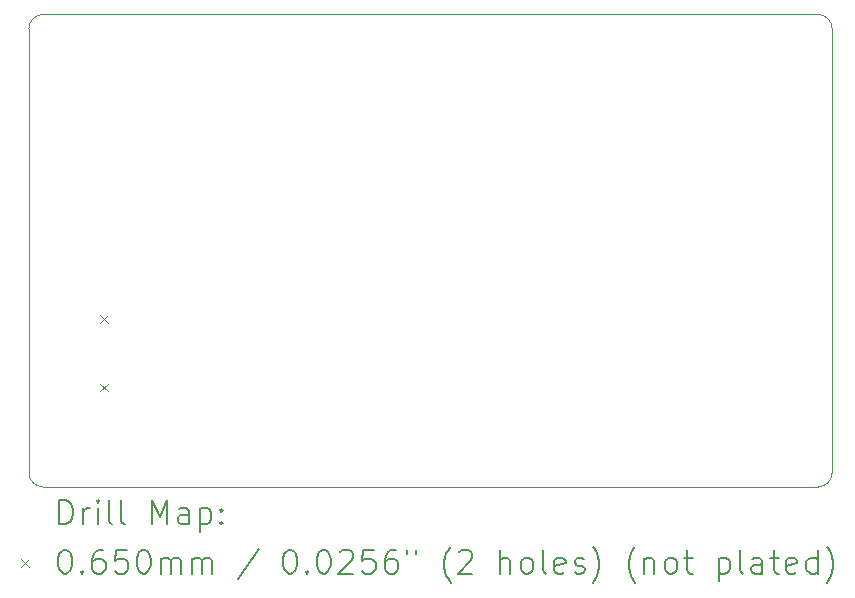
<source format=gbr>
%TF.GenerationSoftware,KiCad,Pcbnew,8.0.5*%
%TF.CreationDate,2024-10-21T14:42:39+02:00*%
%TF.ProjectId,Master,4d617374-6572-42e6-9b69-6361645f7063,rev?*%
%TF.SameCoordinates,Original*%
%TF.FileFunction,Drillmap*%
%TF.FilePolarity,Positive*%
%FSLAX45Y45*%
G04 Gerber Fmt 4.5, Leading zero omitted, Abs format (unit mm)*
G04 Created by KiCad (PCBNEW 8.0.5) date 2024-10-21 14:42:39*
%MOMM*%
%LPD*%
G01*
G04 APERTURE LIST*
%ADD10C,0.050000*%
%ADD11C,0.200000*%
%ADD12C,0.100000*%
G04 APERTURE END LIST*
D10*
X10180000Y-2799853D02*
G75*
G02*
X10299997Y-2919853I0J-119997D01*
G01*
X10300000Y-6680000D02*
G75*
G02*
X10180000Y-6800000I-120000J0D01*
G01*
X3620000Y-6800000D02*
X10180000Y-6800000D01*
X3620000Y-6800000D02*
G75*
G02*
X3500000Y-6680000I0J120000D01*
G01*
X3500000Y-6680000D02*
X3500000Y-2920000D01*
X10180000Y-2799853D02*
X3620000Y-2800000D01*
X3500000Y-2920000D02*
G75*
G02*
X3620000Y-2800000I120000J0D01*
G01*
X10300000Y-6680000D02*
X10300000Y-2919853D01*
D11*
D12*
X4102380Y-5347900D02*
X4167380Y-5412900D01*
X4167380Y-5347900D02*
X4102380Y-5412900D01*
X4102380Y-5925900D02*
X4167380Y-5990900D01*
X4167380Y-5925900D02*
X4102380Y-5990900D01*
D11*
X3758277Y-7113984D02*
X3758277Y-6913984D01*
X3758277Y-6913984D02*
X3805896Y-6913984D01*
X3805896Y-6913984D02*
X3834467Y-6923508D01*
X3834467Y-6923508D02*
X3853515Y-6942555D01*
X3853515Y-6942555D02*
X3863039Y-6961603D01*
X3863039Y-6961603D02*
X3872562Y-6999698D01*
X3872562Y-6999698D02*
X3872562Y-7028269D01*
X3872562Y-7028269D02*
X3863039Y-7066365D01*
X3863039Y-7066365D02*
X3853515Y-7085412D01*
X3853515Y-7085412D02*
X3834467Y-7104460D01*
X3834467Y-7104460D02*
X3805896Y-7113984D01*
X3805896Y-7113984D02*
X3758277Y-7113984D01*
X3958277Y-7113984D02*
X3958277Y-6980650D01*
X3958277Y-7018746D02*
X3967801Y-6999698D01*
X3967801Y-6999698D02*
X3977324Y-6990174D01*
X3977324Y-6990174D02*
X3996372Y-6980650D01*
X3996372Y-6980650D02*
X4015420Y-6980650D01*
X4082086Y-7113984D02*
X4082086Y-6980650D01*
X4082086Y-6913984D02*
X4072562Y-6923508D01*
X4072562Y-6923508D02*
X4082086Y-6933031D01*
X4082086Y-6933031D02*
X4091610Y-6923508D01*
X4091610Y-6923508D02*
X4082086Y-6913984D01*
X4082086Y-6913984D02*
X4082086Y-6933031D01*
X4205896Y-7113984D02*
X4186848Y-7104460D01*
X4186848Y-7104460D02*
X4177324Y-7085412D01*
X4177324Y-7085412D02*
X4177324Y-6913984D01*
X4310658Y-7113984D02*
X4291610Y-7104460D01*
X4291610Y-7104460D02*
X4282086Y-7085412D01*
X4282086Y-7085412D02*
X4282086Y-6913984D01*
X4539229Y-7113984D02*
X4539229Y-6913984D01*
X4539229Y-6913984D02*
X4605896Y-7056841D01*
X4605896Y-7056841D02*
X4672563Y-6913984D01*
X4672563Y-6913984D02*
X4672563Y-7113984D01*
X4853515Y-7113984D02*
X4853515Y-7009222D01*
X4853515Y-7009222D02*
X4843991Y-6990174D01*
X4843991Y-6990174D02*
X4824944Y-6980650D01*
X4824944Y-6980650D02*
X4786848Y-6980650D01*
X4786848Y-6980650D02*
X4767801Y-6990174D01*
X4853515Y-7104460D02*
X4834467Y-7113984D01*
X4834467Y-7113984D02*
X4786848Y-7113984D01*
X4786848Y-7113984D02*
X4767801Y-7104460D01*
X4767801Y-7104460D02*
X4758277Y-7085412D01*
X4758277Y-7085412D02*
X4758277Y-7066365D01*
X4758277Y-7066365D02*
X4767801Y-7047317D01*
X4767801Y-7047317D02*
X4786848Y-7037793D01*
X4786848Y-7037793D02*
X4834467Y-7037793D01*
X4834467Y-7037793D02*
X4853515Y-7028269D01*
X4948753Y-6980650D02*
X4948753Y-7180650D01*
X4948753Y-6990174D02*
X4967801Y-6980650D01*
X4967801Y-6980650D02*
X5005896Y-6980650D01*
X5005896Y-6980650D02*
X5024944Y-6990174D01*
X5024944Y-6990174D02*
X5034467Y-6999698D01*
X5034467Y-6999698D02*
X5043991Y-7018746D01*
X5043991Y-7018746D02*
X5043991Y-7075888D01*
X5043991Y-7075888D02*
X5034467Y-7094936D01*
X5034467Y-7094936D02*
X5024944Y-7104460D01*
X5024944Y-7104460D02*
X5005896Y-7113984D01*
X5005896Y-7113984D02*
X4967801Y-7113984D01*
X4967801Y-7113984D02*
X4948753Y-7104460D01*
X5129705Y-7094936D02*
X5139229Y-7104460D01*
X5139229Y-7104460D02*
X5129705Y-7113984D01*
X5129705Y-7113984D02*
X5120182Y-7104460D01*
X5120182Y-7104460D02*
X5129705Y-7094936D01*
X5129705Y-7094936D02*
X5129705Y-7113984D01*
X5129705Y-6990174D02*
X5139229Y-6999698D01*
X5139229Y-6999698D02*
X5129705Y-7009222D01*
X5129705Y-7009222D02*
X5120182Y-6999698D01*
X5120182Y-6999698D02*
X5129705Y-6990174D01*
X5129705Y-6990174D02*
X5129705Y-7009222D01*
D12*
X3432500Y-7410000D02*
X3497500Y-7475000D01*
X3497500Y-7410000D02*
X3432500Y-7475000D01*
D11*
X3796372Y-7333984D02*
X3815420Y-7333984D01*
X3815420Y-7333984D02*
X3834467Y-7343508D01*
X3834467Y-7343508D02*
X3843991Y-7353031D01*
X3843991Y-7353031D02*
X3853515Y-7372079D01*
X3853515Y-7372079D02*
X3863039Y-7410174D01*
X3863039Y-7410174D02*
X3863039Y-7457793D01*
X3863039Y-7457793D02*
X3853515Y-7495888D01*
X3853515Y-7495888D02*
X3843991Y-7514936D01*
X3843991Y-7514936D02*
X3834467Y-7524460D01*
X3834467Y-7524460D02*
X3815420Y-7533984D01*
X3815420Y-7533984D02*
X3796372Y-7533984D01*
X3796372Y-7533984D02*
X3777324Y-7524460D01*
X3777324Y-7524460D02*
X3767801Y-7514936D01*
X3767801Y-7514936D02*
X3758277Y-7495888D01*
X3758277Y-7495888D02*
X3748753Y-7457793D01*
X3748753Y-7457793D02*
X3748753Y-7410174D01*
X3748753Y-7410174D02*
X3758277Y-7372079D01*
X3758277Y-7372079D02*
X3767801Y-7353031D01*
X3767801Y-7353031D02*
X3777324Y-7343508D01*
X3777324Y-7343508D02*
X3796372Y-7333984D01*
X3948753Y-7514936D02*
X3958277Y-7524460D01*
X3958277Y-7524460D02*
X3948753Y-7533984D01*
X3948753Y-7533984D02*
X3939229Y-7524460D01*
X3939229Y-7524460D02*
X3948753Y-7514936D01*
X3948753Y-7514936D02*
X3948753Y-7533984D01*
X4129705Y-7333984D02*
X4091610Y-7333984D01*
X4091610Y-7333984D02*
X4072562Y-7343508D01*
X4072562Y-7343508D02*
X4063039Y-7353031D01*
X4063039Y-7353031D02*
X4043991Y-7381603D01*
X4043991Y-7381603D02*
X4034467Y-7419698D01*
X4034467Y-7419698D02*
X4034467Y-7495888D01*
X4034467Y-7495888D02*
X4043991Y-7514936D01*
X4043991Y-7514936D02*
X4053515Y-7524460D01*
X4053515Y-7524460D02*
X4072562Y-7533984D01*
X4072562Y-7533984D02*
X4110658Y-7533984D01*
X4110658Y-7533984D02*
X4129705Y-7524460D01*
X4129705Y-7524460D02*
X4139229Y-7514936D01*
X4139229Y-7514936D02*
X4148753Y-7495888D01*
X4148753Y-7495888D02*
X4148753Y-7448269D01*
X4148753Y-7448269D02*
X4139229Y-7429222D01*
X4139229Y-7429222D02*
X4129705Y-7419698D01*
X4129705Y-7419698D02*
X4110658Y-7410174D01*
X4110658Y-7410174D02*
X4072562Y-7410174D01*
X4072562Y-7410174D02*
X4053515Y-7419698D01*
X4053515Y-7419698D02*
X4043991Y-7429222D01*
X4043991Y-7429222D02*
X4034467Y-7448269D01*
X4329705Y-7333984D02*
X4234467Y-7333984D01*
X4234467Y-7333984D02*
X4224944Y-7429222D01*
X4224944Y-7429222D02*
X4234467Y-7419698D01*
X4234467Y-7419698D02*
X4253515Y-7410174D01*
X4253515Y-7410174D02*
X4301134Y-7410174D01*
X4301134Y-7410174D02*
X4320182Y-7419698D01*
X4320182Y-7419698D02*
X4329705Y-7429222D01*
X4329705Y-7429222D02*
X4339229Y-7448269D01*
X4339229Y-7448269D02*
X4339229Y-7495888D01*
X4339229Y-7495888D02*
X4329705Y-7514936D01*
X4329705Y-7514936D02*
X4320182Y-7524460D01*
X4320182Y-7524460D02*
X4301134Y-7533984D01*
X4301134Y-7533984D02*
X4253515Y-7533984D01*
X4253515Y-7533984D02*
X4234467Y-7524460D01*
X4234467Y-7524460D02*
X4224944Y-7514936D01*
X4463039Y-7333984D02*
X4482086Y-7333984D01*
X4482086Y-7333984D02*
X4501134Y-7343508D01*
X4501134Y-7343508D02*
X4510658Y-7353031D01*
X4510658Y-7353031D02*
X4520182Y-7372079D01*
X4520182Y-7372079D02*
X4529705Y-7410174D01*
X4529705Y-7410174D02*
X4529705Y-7457793D01*
X4529705Y-7457793D02*
X4520182Y-7495888D01*
X4520182Y-7495888D02*
X4510658Y-7514936D01*
X4510658Y-7514936D02*
X4501134Y-7524460D01*
X4501134Y-7524460D02*
X4482086Y-7533984D01*
X4482086Y-7533984D02*
X4463039Y-7533984D01*
X4463039Y-7533984D02*
X4443991Y-7524460D01*
X4443991Y-7524460D02*
X4434467Y-7514936D01*
X4434467Y-7514936D02*
X4424944Y-7495888D01*
X4424944Y-7495888D02*
X4415420Y-7457793D01*
X4415420Y-7457793D02*
X4415420Y-7410174D01*
X4415420Y-7410174D02*
X4424944Y-7372079D01*
X4424944Y-7372079D02*
X4434467Y-7353031D01*
X4434467Y-7353031D02*
X4443991Y-7343508D01*
X4443991Y-7343508D02*
X4463039Y-7333984D01*
X4615420Y-7533984D02*
X4615420Y-7400650D01*
X4615420Y-7419698D02*
X4624944Y-7410174D01*
X4624944Y-7410174D02*
X4643991Y-7400650D01*
X4643991Y-7400650D02*
X4672563Y-7400650D01*
X4672563Y-7400650D02*
X4691610Y-7410174D01*
X4691610Y-7410174D02*
X4701134Y-7429222D01*
X4701134Y-7429222D02*
X4701134Y-7533984D01*
X4701134Y-7429222D02*
X4710658Y-7410174D01*
X4710658Y-7410174D02*
X4729705Y-7400650D01*
X4729705Y-7400650D02*
X4758277Y-7400650D01*
X4758277Y-7400650D02*
X4777325Y-7410174D01*
X4777325Y-7410174D02*
X4786848Y-7429222D01*
X4786848Y-7429222D02*
X4786848Y-7533984D01*
X4882086Y-7533984D02*
X4882086Y-7400650D01*
X4882086Y-7419698D02*
X4891610Y-7410174D01*
X4891610Y-7410174D02*
X4910658Y-7400650D01*
X4910658Y-7400650D02*
X4939229Y-7400650D01*
X4939229Y-7400650D02*
X4958277Y-7410174D01*
X4958277Y-7410174D02*
X4967801Y-7429222D01*
X4967801Y-7429222D02*
X4967801Y-7533984D01*
X4967801Y-7429222D02*
X4977325Y-7410174D01*
X4977325Y-7410174D02*
X4996372Y-7400650D01*
X4996372Y-7400650D02*
X5024944Y-7400650D01*
X5024944Y-7400650D02*
X5043991Y-7410174D01*
X5043991Y-7410174D02*
X5053515Y-7429222D01*
X5053515Y-7429222D02*
X5053515Y-7533984D01*
X5443991Y-7324460D02*
X5272563Y-7581603D01*
X5701134Y-7333984D02*
X5720182Y-7333984D01*
X5720182Y-7333984D02*
X5739229Y-7343508D01*
X5739229Y-7343508D02*
X5748753Y-7353031D01*
X5748753Y-7353031D02*
X5758277Y-7372079D01*
X5758277Y-7372079D02*
X5767801Y-7410174D01*
X5767801Y-7410174D02*
X5767801Y-7457793D01*
X5767801Y-7457793D02*
X5758277Y-7495888D01*
X5758277Y-7495888D02*
X5748753Y-7514936D01*
X5748753Y-7514936D02*
X5739229Y-7524460D01*
X5739229Y-7524460D02*
X5720182Y-7533984D01*
X5720182Y-7533984D02*
X5701134Y-7533984D01*
X5701134Y-7533984D02*
X5682086Y-7524460D01*
X5682086Y-7524460D02*
X5672563Y-7514936D01*
X5672563Y-7514936D02*
X5663039Y-7495888D01*
X5663039Y-7495888D02*
X5653515Y-7457793D01*
X5653515Y-7457793D02*
X5653515Y-7410174D01*
X5653515Y-7410174D02*
X5663039Y-7372079D01*
X5663039Y-7372079D02*
X5672563Y-7353031D01*
X5672563Y-7353031D02*
X5682086Y-7343508D01*
X5682086Y-7343508D02*
X5701134Y-7333984D01*
X5853515Y-7514936D02*
X5863039Y-7524460D01*
X5863039Y-7524460D02*
X5853515Y-7533984D01*
X5853515Y-7533984D02*
X5843991Y-7524460D01*
X5843991Y-7524460D02*
X5853515Y-7514936D01*
X5853515Y-7514936D02*
X5853515Y-7533984D01*
X5986848Y-7333984D02*
X6005896Y-7333984D01*
X6005896Y-7333984D02*
X6024944Y-7343508D01*
X6024944Y-7343508D02*
X6034467Y-7353031D01*
X6034467Y-7353031D02*
X6043991Y-7372079D01*
X6043991Y-7372079D02*
X6053515Y-7410174D01*
X6053515Y-7410174D02*
X6053515Y-7457793D01*
X6053515Y-7457793D02*
X6043991Y-7495888D01*
X6043991Y-7495888D02*
X6034467Y-7514936D01*
X6034467Y-7514936D02*
X6024944Y-7524460D01*
X6024944Y-7524460D02*
X6005896Y-7533984D01*
X6005896Y-7533984D02*
X5986848Y-7533984D01*
X5986848Y-7533984D02*
X5967801Y-7524460D01*
X5967801Y-7524460D02*
X5958277Y-7514936D01*
X5958277Y-7514936D02*
X5948753Y-7495888D01*
X5948753Y-7495888D02*
X5939229Y-7457793D01*
X5939229Y-7457793D02*
X5939229Y-7410174D01*
X5939229Y-7410174D02*
X5948753Y-7372079D01*
X5948753Y-7372079D02*
X5958277Y-7353031D01*
X5958277Y-7353031D02*
X5967801Y-7343508D01*
X5967801Y-7343508D02*
X5986848Y-7333984D01*
X6129706Y-7353031D02*
X6139229Y-7343508D01*
X6139229Y-7343508D02*
X6158277Y-7333984D01*
X6158277Y-7333984D02*
X6205896Y-7333984D01*
X6205896Y-7333984D02*
X6224944Y-7343508D01*
X6224944Y-7343508D02*
X6234467Y-7353031D01*
X6234467Y-7353031D02*
X6243991Y-7372079D01*
X6243991Y-7372079D02*
X6243991Y-7391127D01*
X6243991Y-7391127D02*
X6234467Y-7419698D01*
X6234467Y-7419698D02*
X6120182Y-7533984D01*
X6120182Y-7533984D02*
X6243991Y-7533984D01*
X6424944Y-7333984D02*
X6329706Y-7333984D01*
X6329706Y-7333984D02*
X6320182Y-7429222D01*
X6320182Y-7429222D02*
X6329706Y-7419698D01*
X6329706Y-7419698D02*
X6348753Y-7410174D01*
X6348753Y-7410174D02*
X6396372Y-7410174D01*
X6396372Y-7410174D02*
X6415420Y-7419698D01*
X6415420Y-7419698D02*
X6424944Y-7429222D01*
X6424944Y-7429222D02*
X6434467Y-7448269D01*
X6434467Y-7448269D02*
X6434467Y-7495888D01*
X6434467Y-7495888D02*
X6424944Y-7514936D01*
X6424944Y-7514936D02*
X6415420Y-7524460D01*
X6415420Y-7524460D02*
X6396372Y-7533984D01*
X6396372Y-7533984D02*
X6348753Y-7533984D01*
X6348753Y-7533984D02*
X6329706Y-7524460D01*
X6329706Y-7524460D02*
X6320182Y-7514936D01*
X6605896Y-7333984D02*
X6567801Y-7333984D01*
X6567801Y-7333984D02*
X6548753Y-7343508D01*
X6548753Y-7343508D02*
X6539229Y-7353031D01*
X6539229Y-7353031D02*
X6520182Y-7381603D01*
X6520182Y-7381603D02*
X6510658Y-7419698D01*
X6510658Y-7419698D02*
X6510658Y-7495888D01*
X6510658Y-7495888D02*
X6520182Y-7514936D01*
X6520182Y-7514936D02*
X6529706Y-7524460D01*
X6529706Y-7524460D02*
X6548753Y-7533984D01*
X6548753Y-7533984D02*
X6586848Y-7533984D01*
X6586848Y-7533984D02*
X6605896Y-7524460D01*
X6605896Y-7524460D02*
X6615420Y-7514936D01*
X6615420Y-7514936D02*
X6624944Y-7495888D01*
X6624944Y-7495888D02*
X6624944Y-7448269D01*
X6624944Y-7448269D02*
X6615420Y-7429222D01*
X6615420Y-7429222D02*
X6605896Y-7419698D01*
X6605896Y-7419698D02*
X6586848Y-7410174D01*
X6586848Y-7410174D02*
X6548753Y-7410174D01*
X6548753Y-7410174D02*
X6529706Y-7419698D01*
X6529706Y-7419698D02*
X6520182Y-7429222D01*
X6520182Y-7429222D02*
X6510658Y-7448269D01*
X6701134Y-7333984D02*
X6701134Y-7372079D01*
X6777325Y-7333984D02*
X6777325Y-7372079D01*
X7072563Y-7610174D02*
X7063039Y-7600650D01*
X7063039Y-7600650D02*
X7043991Y-7572079D01*
X7043991Y-7572079D02*
X7034468Y-7553031D01*
X7034468Y-7553031D02*
X7024944Y-7524460D01*
X7024944Y-7524460D02*
X7015420Y-7476841D01*
X7015420Y-7476841D02*
X7015420Y-7438746D01*
X7015420Y-7438746D02*
X7024944Y-7391127D01*
X7024944Y-7391127D02*
X7034468Y-7362555D01*
X7034468Y-7362555D02*
X7043991Y-7343508D01*
X7043991Y-7343508D02*
X7063039Y-7314936D01*
X7063039Y-7314936D02*
X7072563Y-7305412D01*
X7139229Y-7353031D02*
X7148753Y-7343508D01*
X7148753Y-7343508D02*
X7167801Y-7333984D01*
X7167801Y-7333984D02*
X7215420Y-7333984D01*
X7215420Y-7333984D02*
X7234468Y-7343508D01*
X7234468Y-7343508D02*
X7243991Y-7353031D01*
X7243991Y-7353031D02*
X7253515Y-7372079D01*
X7253515Y-7372079D02*
X7253515Y-7391127D01*
X7253515Y-7391127D02*
X7243991Y-7419698D01*
X7243991Y-7419698D02*
X7129706Y-7533984D01*
X7129706Y-7533984D02*
X7253515Y-7533984D01*
X7491610Y-7533984D02*
X7491610Y-7333984D01*
X7577325Y-7533984D02*
X7577325Y-7429222D01*
X7577325Y-7429222D02*
X7567801Y-7410174D01*
X7567801Y-7410174D02*
X7548753Y-7400650D01*
X7548753Y-7400650D02*
X7520182Y-7400650D01*
X7520182Y-7400650D02*
X7501134Y-7410174D01*
X7501134Y-7410174D02*
X7491610Y-7419698D01*
X7701134Y-7533984D02*
X7682087Y-7524460D01*
X7682087Y-7524460D02*
X7672563Y-7514936D01*
X7672563Y-7514936D02*
X7663039Y-7495888D01*
X7663039Y-7495888D02*
X7663039Y-7438746D01*
X7663039Y-7438746D02*
X7672563Y-7419698D01*
X7672563Y-7419698D02*
X7682087Y-7410174D01*
X7682087Y-7410174D02*
X7701134Y-7400650D01*
X7701134Y-7400650D02*
X7729706Y-7400650D01*
X7729706Y-7400650D02*
X7748753Y-7410174D01*
X7748753Y-7410174D02*
X7758277Y-7419698D01*
X7758277Y-7419698D02*
X7767801Y-7438746D01*
X7767801Y-7438746D02*
X7767801Y-7495888D01*
X7767801Y-7495888D02*
X7758277Y-7514936D01*
X7758277Y-7514936D02*
X7748753Y-7524460D01*
X7748753Y-7524460D02*
X7729706Y-7533984D01*
X7729706Y-7533984D02*
X7701134Y-7533984D01*
X7882087Y-7533984D02*
X7863039Y-7524460D01*
X7863039Y-7524460D02*
X7853515Y-7505412D01*
X7853515Y-7505412D02*
X7853515Y-7333984D01*
X8034468Y-7524460D02*
X8015420Y-7533984D01*
X8015420Y-7533984D02*
X7977325Y-7533984D01*
X7977325Y-7533984D02*
X7958277Y-7524460D01*
X7958277Y-7524460D02*
X7948753Y-7505412D01*
X7948753Y-7505412D02*
X7948753Y-7429222D01*
X7948753Y-7429222D02*
X7958277Y-7410174D01*
X7958277Y-7410174D02*
X7977325Y-7400650D01*
X7977325Y-7400650D02*
X8015420Y-7400650D01*
X8015420Y-7400650D02*
X8034468Y-7410174D01*
X8034468Y-7410174D02*
X8043991Y-7429222D01*
X8043991Y-7429222D02*
X8043991Y-7448269D01*
X8043991Y-7448269D02*
X7948753Y-7467317D01*
X8120182Y-7524460D02*
X8139230Y-7533984D01*
X8139230Y-7533984D02*
X8177325Y-7533984D01*
X8177325Y-7533984D02*
X8196372Y-7524460D01*
X8196372Y-7524460D02*
X8205896Y-7505412D01*
X8205896Y-7505412D02*
X8205896Y-7495888D01*
X8205896Y-7495888D02*
X8196372Y-7476841D01*
X8196372Y-7476841D02*
X8177325Y-7467317D01*
X8177325Y-7467317D02*
X8148753Y-7467317D01*
X8148753Y-7467317D02*
X8129706Y-7457793D01*
X8129706Y-7457793D02*
X8120182Y-7438746D01*
X8120182Y-7438746D02*
X8120182Y-7429222D01*
X8120182Y-7429222D02*
X8129706Y-7410174D01*
X8129706Y-7410174D02*
X8148753Y-7400650D01*
X8148753Y-7400650D02*
X8177325Y-7400650D01*
X8177325Y-7400650D02*
X8196372Y-7410174D01*
X8272563Y-7610174D02*
X8282087Y-7600650D01*
X8282087Y-7600650D02*
X8301134Y-7572079D01*
X8301134Y-7572079D02*
X8310658Y-7553031D01*
X8310658Y-7553031D02*
X8320182Y-7524460D01*
X8320182Y-7524460D02*
X8329706Y-7476841D01*
X8329706Y-7476841D02*
X8329706Y-7438746D01*
X8329706Y-7438746D02*
X8320182Y-7391127D01*
X8320182Y-7391127D02*
X8310658Y-7362555D01*
X8310658Y-7362555D02*
X8301134Y-7343508D01*
X8301134Y-7343508D02*
X8282087Y-7314936D01*
X8282087Y-7314936D02*
X8272563Y-7305412D01*
X8634468Y-7610174D02*
X8624944Y-7600650D01*
X8624944Y-7600650D02*
X8605896Y-7572079D01*
X8605896Y-7572079D02*
X8596373Y-7553031D01*
X8596373Y-7553031D02*
X8586849Y-7524460D01*
X8586849Y-7524460D02*
X8577325Y-7476841D01*
X8577325Y-7476841D02*
X8577325Y-7438746D01*
X8577325Y-7438746D02*
X8586849Y-7391127D01*
X8586849Y-7391127D02*
X8596373Y-7362555D01*
X8596373Y-7362555D02*
X8605896Y-7343508D01*
X8605896Y-7343508D02*
X8624944Y-7314936D01*
X8624944Y-7314936D02*
X8634468Y-7305412D01*
X8710658Y-7400650D02*
X8710658Y-7533984D01*
X8710658Y-7419698D02*
X8720182Y-7410174D01*
X8720182Y-7410174D02*
X8739230Y-7400650D01*
X8739230Y-7400650D02*
X8767801Y-7400650D01*
X8767801Y-7400650D02*
X8786849Y-7410174D01*
X8786849Y-7410174D02*
X8796373Y-7429222D01*
X8796373Y-7429222D02*
X8796373Y-7533984D01*
X8920182Y-7533984D02*
X8901134Y-7524460D01*
X8901134Y-7524460D02*
X8891611Y-7514936D01*
X8891611Y-7514936D02*
X8882087Y-7495888D01*
X8882087Y-7495888D02*
X8882087Y-7438746D01*
X8882087Y-7438746D02*
X8891611Y-7419698D01*
X8891611Y-7419698D02*
X8901134Y-7410174D01*
X8901134Y-7410174D02*
X8920182Y-7400650D01*
X8920182Y-7400650D02*
X8948754Y-7400650D01*
X8948754Y-7400650D02*
X8967801Y-7410174D01*
X8967801Y-7410174D02*
X8977325Y-7419698D01*
X8977325Y-7419698D02*
X8986849Y-7438746D01*
X8986849Y-7438746D02*
X8986849Y-7495888D01*
X8986849Y-7495888D02*
X8977325Y-7514936D01*
X8977325Y-7514936D02*
X8967801Y-7524460D01*
X8967801Y-7524460D02*
X8948754Y-7533984D01*
X8948754Y-7533984D02*
X8920182Y-7533984D01*
X9043992Y-7400650D02*
X9120182Y-7400650D01*
X9072563Y-7333984D02*
X9072563Y-7505412D01*
X9072563Y-7505412D02*
X9082087Y-7524460D01*
X9082087Y-7524460D02*
X9101134Y-7533984D01*
X9101134Y-7533984D02*
X9120182Y-7533984D01*
X9339230Y-7400650D02*
X9339230Y-7600650D01*
X9339230Y-7410174D02*
X9358277Y-7400650D01*
X9358277Y-7400650D02*
X9396373Y-7400650D01*
X9396373Y-7400650D02*
X9415420Y-7410174D01*
X9415420Y-7410174D02*
X9424944Y-7419698D01*
X9424944Y-7419698D02*
X9434468Y-7438746D01*
X9434468Y-7438746D02*
X9434468Y-7495888D01*
X9434468Y-7495888D02*
X9424944Y-7514936D01*
X9424944Y-7514936D02*
X9415420Y-7524460D01*
X9415420Y-7524460D02*
X9396373Y-7533984D01*
X9396373Y-7533984D02*
X9358277Y-7533984D01*
X9358277Y-7533984D02*
X9339230Y-7524460D01*
X9548754Y-7533984D02*
X9529706Y-7524460D01*
X9529706Y-7524460D02*
X9520182Y-7505412D01*
X9520182Y-7505412D02*
X9520182Y-7333984D01*
X9710658Y-7533984D02*
X9710658Y-7429222D01*
X9710658Y-7429222D02*
X9701135Y-7410174D01*
X9701135Y-7410174D02*
X9682087Y-7400650D01*
X9682087Y-7400650D02*
X9643992Y-7400650D01*
X9643992Y-7400650D02*
X9624944Y-7410174D01*
X9710658Y-7524460D02*
X9691611Y-7533984D01*
X9691611Y-7533984D02*
X9643992Y-7533984D01*
X9643992Y-7533984D02*
X9624944Y-7524460D01*
X9624944Y-7524460D02*
X9615420Y-7505412D01*
X9615420Y-7505412D02*
X9615420Y-7486365D01*
X9615420Y-7486365D02*
X9624944Y-7467317D01*
X9624944Y-7467317D02*
X9643992Y-7457793D01*
X9643992Y-7457793D02*
X9691611Y-7457793D01*
X9691611Y-7457793D02*
X9710658Y-7448269D01*
X9777325Y-7400650D02*
X9853515Y-7400650D01*
X9805896Y-7333984D02*
X9805896Y-7505412D01*
X9805896Y-7505412D02*
X9815420Y-7524460D01*
X9815420Y-7524460D02*
X9834468Y-7533984D01*
X9834468Y-7533984D02*
X9853515Y-7533984D01*
X9996373Y-7524460D02*
X9977325Y-7533984D01*
X9977325Y-7533984D02*
X9939230Y-7533984D01*
X9939230Y-7533984D02*
X9920182Y-7524460D01*
X9920182Y-7524460D02*
X9910658Y-7505412D01*
X9910658Y-7505412D02*
X9910658Y-7429222D01*
X9910658Y-7429222D02*
X9920182Y-7410174D01*
X9920182Y-7410174D02*
X9939230Y-7400650D01*
X9939230Y-7400650D02*
X9977325Y-7400650D01*
X9977325Y-7400650D02*
X9996373Y-7410174D01*
X9996373Y-7410174D02*
X10005896Y-7429222D01*
X10005896Y-7429222D02*
X10005896Y-7448269D01*
X10005896Y-7448269D02*
X9910658Y-7467317D01*
X10177325Y-7533984D02*
X10177325Y-7333984D01*
X10177325Y-7524460D02*
X10158277Y-7533984D01*
X10158277Y-7533984D02*
X10120182Y-7533984D01*
X10120182Y-7533984D02*
X10101135Y-7524460D01*
X10101135Y-7524460D02*
X10091611Y-7514936D01*
X10091611Y-7514936D02*
X10082087Y-7495888D01*
X10082087Y-7495888D02*
X10082087Y-7438746D01*
X10082087Y-7438746D02*
X10091611Y-7419698D01*
X10091611Y-7419698D02*
X10101135Y-7410174D01*
X10101135Y-7410174D02*
X10120182Y-7400650D01*
X10120182Y-7400650D02*
X10158277Y-7400650D01*
X10158277Y-7400650D02*
X10177325Y-7410174D01*
X10253516Y-7610174D02*
X10263039Y-7600650D01*
X10263039Y-7600650D02*
X10282087Y-7572079D01*
X10282087Y-7572079D02*
X10291611Y-7553031D01*
X10291611Y-7553031D02*
X10301135Y-7524460D01*
X10301135Y-7524460D02*
X10310658Y-7476841D01*
X10310658Y-7476841D02*
X10310658Y-7438746D01*
X10310658Y-7438746D02*
X10301135Y-7391127D01*
X10301135Y-7391127D02*
X10291611Y-7362555D01*
X10291611Y-7362555D02*
X10282087Y-7343508D01*
X10282087Y-7343508D02*
X10263039Y-7314936D01*
X10263039Y-7314936D02*
X10253516Y-7305412D01*
M02*

</source>
